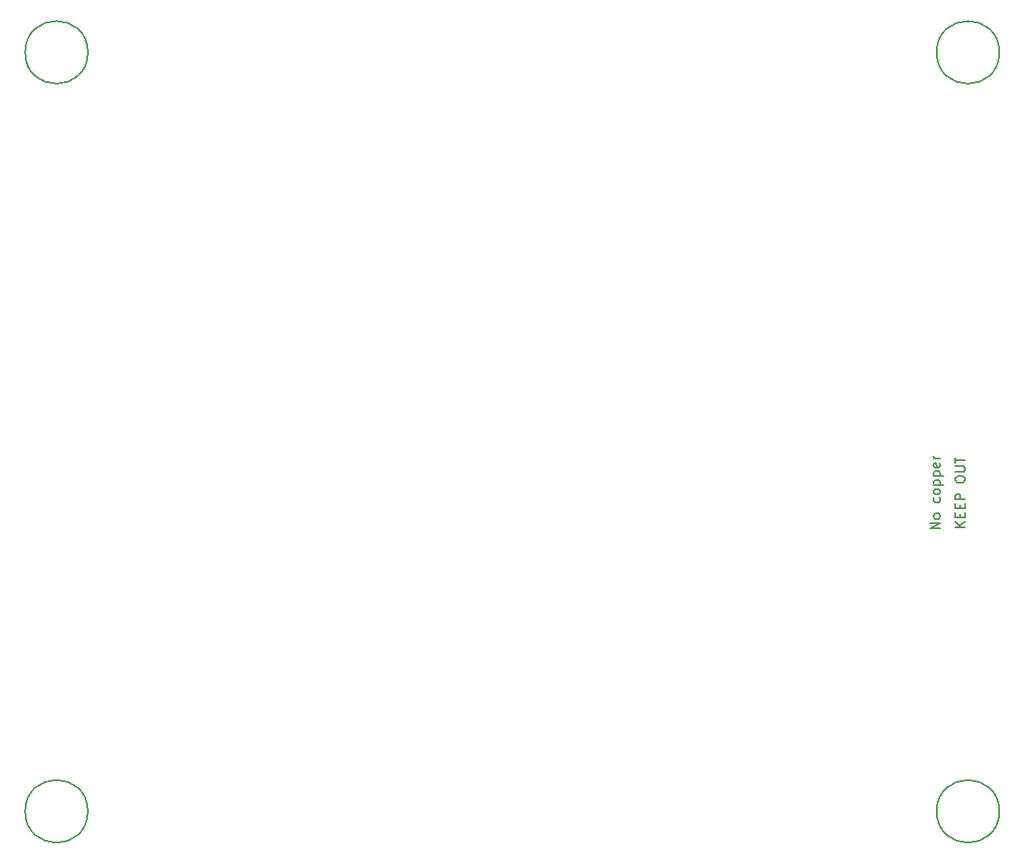
<source format=gbr>
%TF.GenerationSoftware,KiCad,Pcbnew,8.0.6*%
%TF.CreationDate,2025-01-17T19:16:01+01:00*%
%TF.ProjectId,pcb,7063622e-6b69-4636-9164-5f7063625858,rev?*%
%TF.SameCoordinates,Original*%
%TF.FileFunction,Other,Comment*%
%FSLAX46Y46*%
G04 Gerber Fmt 4.6, Leading zero omitted, Abs format (unit mm)*
G04 Created by KiCad (PCBNEW 8.0.6) date 2025-01-17 19:16:01*
%MOMM*%
%LPD*%
G01*
G04 APERTURE LIST*
%ADD10C,0.150000*%
G04 APERTURE END LIST*
D10*
X216194819Y-92461190D02*
X215194819Y-92461190D01*
X216194819Y-91889762D02*
X215623390Y-92318333D01*
X215194819Y-91889762D02*
X215766247Y-92461190D01*
X215671009Y-91461190D02*
X215671009Y-91127857D01*
X216194819Y-90985000D02*
X216194819Y-91461190D01*
X216194819Y-91461190D02*
X215194819Y-91461190D01*
X215194819Y-91461190D02*
X215194819Y-90985000D01*
X215671009Y-90556428D02*
X215671009Y-90223095D01*
X216194819Y-90080238D02*
X216194819Y-90556428D01*
X216194819Y-90556428D02*
X215194819Y-90556428D01*
X215194819Y-90556428D02*
X215194819Y-90080238D01*
X216194819Y-89651666D02*
X215194819Y-89651666D01*
X215194819Y-89651666D02*
X215194819Y-89270714D01*
X215194819Y-89270714D02*
X215242438Y-89175476D01*
X215242438Y-89175476D02*
X215290057Y-89127857D01*
X215290057Y-89127857D02*
X215385295Y-89080238D01*
X215385295Y-89080238D02*
X215528152Y-89080238D01*
X215528152Y-89080238D02*
X215623390Y-89127857D01*
X215623390Y-89127857D02*
X215671009Y-89175476D01*
X215671009Y-89175476D02*
X215718628Y-89270714D01*
X215718628Y-89270714D02*
X215718628Y-89651666D01*
X215194819Y-87699285D02*
X215194819Y-87508809D01*
X215194819Y-87508809D02*
X215242438Y-87413571D01*
X215242438Y-87413571D02*
X215337676Y-87318333D01*
X215337676Y-87318333D02*
X215528152Y-87270714D01*
X215528152Y-87270714D02*
X215861485Y-87270714D01*
X215861485Y-87270714D02*
X216051961Y-87318333D01*
X216051961Y-87318333D02*
X216147200Y-87413571D01*
X216147200Y-87413571D02*
X216194819Y-87508809D01*
X216194819Y-87508809D02*
X216194819Y-87699285D01*
X216194819Y-87699285D02*
X216147200Y-87794523D01*
X216147200Y-87794523D02*
X216051961Y-87889761D01*
X216051961Y-87889761D02*
X215861485Y-87937380D01*
X215861485Y-87937380D02*
X215528152Y-87937380D01*
X215528152Y-87937380D02*
X215337676Y-87889761D01*
X215337676Y-87889761D02*
X215242438Y-87794523D01*
X215242438Y-87794523D02*
X215194819Y-87699285D01*
X215194819Y-86842142D02*
X216004342Y-86842142D01*
X216004342Y-86842142D02*
X216099580Y-86794523D01*
X216099580Y-86794523D02*
X216147200Y-86746904D01*
X216147200Y-86746904D02*
X216194819Y-86651666D01*
X216194819Y-86651666D02*
X216194819Y-86461190D01*
X216194819Y-86461190D02*
X216147200Y-86365952D01*
X216147200Y-86365952D02*
X216099580Y-86318333D01*
X216099580Y-86318333D02*
X216004342Y-86270714D01*
X216004342Y-86270714D02*
X215194819Y-86270714D01*
X215194819Y-85937380D02*
X215194819Y-85365952D01*
X216194819Y-85651666D02*
X215194819Y-85651666D01*
X213654819Y-92627857D02*
X212654819Y-92627857D01*
X212654819Y-92627857D02*
X213654819Y-92056429D01*
X213654819Y-92056429D02*
X212654819Y-92056429D01*
X213654819Y-91437381D02*
X213607200Y-91532619D01*
X213607200Y-91532619D02*
X213559580Y-91580238D01*
X213559580Y-91580238D02*
X213464342Y-91627857D01*
X213464342Y-91627857D02*
X213178628Y-91627857D01*
X213178628Y-91627857D02*
X213083390Y-91580238D01*
X213083390Y-91580238D02*
X213035771Y-91532619D01*
X213035771Y-91532619D02*
X212988152Y-91437381D01*
X212988152Y-91437381D02*
X212988152Y-91294524D01*
X212988152Y-91294524D02*
X213035771Y-91199286D01*
X213035771Y-91199286D02*
X213083390Y-91151667D01*
X213083390Y-91151667D02*
X213178628Y-91104048D01*
X213178628Y-91104048D02*
X213464342Y-91104048D01*
X213464342Y-91104048D02*
X213559580Y-91151667D01*
X213559580Y-91151667D02*
X213607200Y-91199286D01*
X213607200Y-91199286D02*
X213654819Y-91294524D01*
X213654819Y-91294524D02*
X213654819Y-91437381D01*
X213607200Y-89485000D02*
X213654819Y-89580238D01*
X213654819Y-89580238D02*
X213654819Y-89770714D01*
X213654819Y-89770714D02*
X213607200Y-89865952D01*
X213607200Y-89865952D02*
X213559580Y-89913571D01*
X213559580Y-89913571D02*
X213464342Y-89961190D01*
X213464342Y-89961190D02*
X213178628Y-89961190D01*
X213178628Y-89961190D02*
X213083390Y-89913571D01*
X213083390Y-89913571D02*
X213035771Y-89865952D01*
X213035771Y-89865952D02*
X212988152Y-89770714D01*
X212988152Y-89770714D02*
X212988152Y-89580238D01*
X212988152Y-89580238D02*
X213035771Y-89485000D01*
X213654819Y-88913571D02*
X213607200Y-89008809D01*
X213607200Y-89008809D02*
X213559580Y-89056428D01*
X213559580Y-89056428D02*
X213464342Y-89104047D01*
X213464342Y-89104047D02*
X213178628Y-89104047D01*
X213178628Y-89104047D02*
X213083390Y-89056428D01*
X213083390Y-89056428D02*
X213035771Y-89008809D01*
X213035771Y-89008809D02*
X212988152Y-88913571D01*
X212988152Y-88913571D02*
X212988152Y-88770714D01*
X212988152Y-88770714D02*
X213035771Y-88675476D01*
X213035771Y-88675476D02*
X213083390Y-88627857D01*
X213083390Y-88627857D02*
X213178628Y-88580238D01*
X213178628Y-88580238D02*
X213464342Y-88580238D01*
X213464342Y-88580238D02*
X213559580Y-88627857D01*
X213559580Y-88627857D02*
X213607200Y-88675476D01*
X213607200Y-88675476D02*
X213654819Y-88770714D01*
X213654819Y-88770714D02*
X213654819Y-88913571D01*
X212988152Y-88151666D02*
X213988152Y-88151666D01*
X213035771Y-88151666D02*
X212988152Y-88056428D01*
X212988152Y-88056428D02*
X212988152Y-87865952D01*
X212988152Y-87865952D02*
X213035771Y-87770714D01*
X213035771Y-87770714D02*
X213083390Y-87723095D01*
X213083390Y-87723095D02*
X213178628Y-87675476D01*
X213178628Y-87675476D02*
X213464342Y-87675476D01*
X213464342Y-87675476D02*
X213559580Y-87723095D01*
X213559580Y-87723095D02*
X213607200Y-87770714D01*
X213607200Y-87770714D02*
X213654819Y-87865952D01*
X213654819Y-87865952D02*
X213654819Y-88056428D01*
X213654819Y-88056428D02*
X213607200Y-88151666D01*
X212988152Y-87246904D02*
X213988152Y-87246904D01*
X213035771Y-87246904D02*
X212988152Y-87151666D01*
X212988152Y-87151666D02*
X212988152Y-86961190D01*
X212988152Y-86961190D02*
X213035771Y-86865952D01*
X213035771Y-86865952D02*
X213083390Y-86818333D01*
X213083390Y-86818333D02*
X213178628Y-86770714D01*
X213178628Y-86770714D02*
X213464342Y-86770714D01*
X213464342Y-86770714D02*
X213559580Y-86818333D01*
X213559580Y-86818333D02*
X213607200Y-86865952D01*
X213607200Y-86865952D02*
X213654819Y-86961190D01*
X213654819Y-86961190D02*
X213654819Y-87151666D01*
X213654819Y-87151666D02*
X213607200Y-87246904D01*
X213607200Y-85961190D02*
X213654819Y-86056428D01*
X213654819Y-86056428D02*
X213654819Y-86246904D01*
X213654819Y-86246904D02*
X213607200Y-86342142D01*
X213607200Y-86342142D02*
X213511961Y-86389761D01*
X213511961Y-86389761D02*
X213131009Y-86389761D01*
X213131009Y-86389761D02*
X213035771Y-86342142D01*
X213035771Y-86342142D02*
X212988152Y-86246904D01*
X212988152Y-86246904D02*
X212988152Y-86056428D01*
X212988152Y-86056428D02*
X213035771Y-85961190D01*
X213035771Y-85961190D02*
X213131009Y-85913571D01*
X213131009Y-85913571D02*
X213226247Y-85913571D01*
X213226247Y-85913571D02*
X213321485Y-86389761D01*
X213654819Y-85484999D02*
X212988152Y-85484999D01*
X213178628Y-85484999D02*
X213083390Y-85437380D01*
X213083390Y-85437380D02*
X213035771Y-85389761D01*
X213035771Y-85389761D02*
X212988152Y-85294523D01*
X212988152Y-85294523D02*
X212988152Y-85199285D01*
%TO.C,REF\u002A\u002A*%
X219700000Y-44000000D02*
G75*
G02*
X213300000Y-44000000I-3200000J0D01*
G01*
X213300000Y-44000000D02*
G75*
G02*
X219700000Y-44000000I3200000J0D01*
G01*
X126700000Y-121500000D02*
G75*
G02*
X120300000Y-121500000I-3200000J0D01*
G01*
X120300000Y-121500000D02*
G75*
G02*
X126700000Y-121500000I3200000J0D01*
G01*
X126700000Y-44000000D02*
G75*
G02*
X120300000Y-44000000I-3200000J0D01*
G01*
X120300000Y-44000000D02*
G75*
G02*
X126700000Y-44000000I3200000J0D01*
G01*
X219700000Y-121500000D02*
G75*
G02*
X213300000Y-121500000I-3200000J0D01*
G01*
X213300000Y-121500000D02*
G75*
G02*
X219700000Y-121500000I3200000J0D01*
G01*
%TD*%
M02*

</source>
